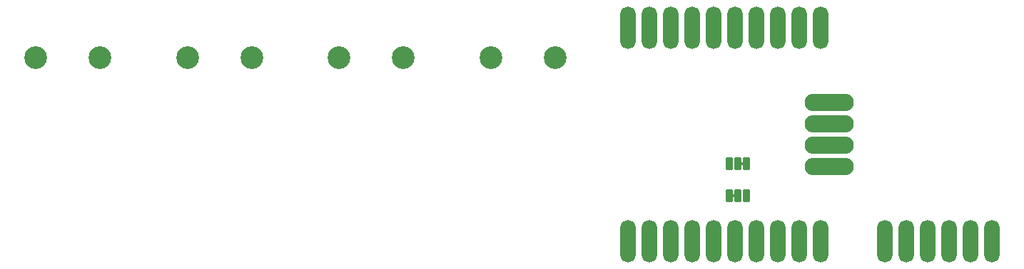
<source format=gbr>
%TF.GenerationSoftware,KiCad,Pcbnew,(6.0.9)*%
%TF.CreationDate,2022-12-27T14:58:47-08:00*%
%TF.ProjectId,esp32-poe-thermocouple-hat-prod-onboard,65737033-322d-4706-9f65-2d746865726d,rev?*%
%TF.SameCoordinates,Original*%
%TF.FileFunction,Soldermask,Bot*%
%TF.FilePolarity,Negative*%
%FSLAX46Y46*%
G04 Gerber Fmt 4.6, Leading zero omitted, Abs format (unit mm)*
G04 Created by KiCad (PCBNEW (6.0.9)) date 2022-12-27 14:58:47*
%MOMM*%
%LPD*%
G01*
G04 APERTURE LIST*
G04 Aperture macros list*
%AMRoundRect*
0 Rectangle with rounded corners*
0 $1 Rounding radius*
0 $2 $3 $4 $5 $6 $7 $8 $9 X,Y pos of 4 corners*
0 Add a 4 corners polygon primitive as box body*
4,1,4,$2,$3,$4,$5,$6,$7,$8,$9,$2,$3,0*
0 Add four circle primitives for the rounded corners*
1,1,$1+$1,$2,$3*
1,1,$1+$1,$4,$5*
1,1,$1+$1,$6,$7*
1,1,$1+$1,$8,$9*
0 Add four rect primitives between the rounded corners*
20,1,$1+$1,$2,$3,$4,$5,0*
20,1,$1+$1,$4,$5,$6,$7,0*
20,1,$1+$1,$6,$7,$8,$9,0*
20,1,$1+$1,$8,$9,$2,$3,0*%
G04 Aperture macros list end*
%ADD10O,1.828800X5.080000*%
%ADD11O,5.842000X2.082800*%
%ADD12RoundRect,0.101600X-0.317500X-0.635000X0.317500X-0.635000X0.317500X0.635000X-0.317500X0.635000X0*%
%ADD13RoundRect,0.101600X0.317500X0.635000X-0.317500X0.635000X-0.317500X-0.635000X0.317500X-0.635000X0*%
%ADD14C,2.703200*%
G04 APERTURE END LIST*
%TO.C,JP3*%
G36*
X177990600Y-108366600D02*
G01*
X177482600Y-108366600D01*
X177482600Y-107985600D01*
X177990600Y-107985600D01*
X177990600Y-108366600D01*
G37*
%TO.C,JP4*%
G36*
X176974600Y-112176600D02*
G01*
X176466600Y-112176600D01*
X176466600Y-111795600D01*
X176974600Y-111795600D01*
X176974600Y-112176600D01*
G37*
%TO.C,JP3*%
G36*
X177990600Y-108366600D02*
G01*
X177482600Y-108366600D01*
X177482600Y-107985600D01*
X177990600Y-107985600D01*
X177990600Y-108366600D01*
G37*
%TO.C,JP4*%
G36*
X176974600Y-112176600D02*
G01*
X176466600Y-112176600D01*
X176466600Y-111795600D01*
X176974600Y-111795600D01*
X176974600Y-112176600D01*
G37*
%TD*%
D10*
%TO.C,BME280*%
X207391100Y-117383600D03*
X204851100Y-117383600D03*
X202311100Y-117383600D03*
X199771100Y-117383600D03*
X197231100Y-117383600D03*
X194691100Y-117383600D03*
%TD*%
%TO.C,JP1*%
X187071100Y-117383600D03*
X184531100Y-117383600D03*
X181991100Y-117383600D03*
X179451100Y-117383600D03*
X176911100Y-117383600D03*
X174371100Y-117383600D03*
X171831100Y-117383600D03*
X169291100Y-117383600D03*
X166751100Y-117383600D03*
X164211100Y-117383600D03*
%TD*%
%TO.C,JP2*%
X187071100Y-91983600D03*
X184531100Y-91983600D03*
X181991100Y-91983600D03*
X179451100Y-91983600D03*
X176911100Y-91983600D03*
X174371100Y-91983600D03*
X171831100Y-91983600D03*
X169291100Y-91983600D03*
X166751100Y-91983600D03*
X164211100Y-91983600D03*
%TD*%
D11*
%TO.C,U$1*%
X188041100Y-108493600D03*
X188041100Y-105953600D03*
X188041100Y-103413600D03*
X188041100Y-100873600D03*
%TD*%
D12*
%TO.C,JP3*%
X178244600Y-108176100D03*
X177228600Y-108176100D03*
X176212600Y-108176100D03*
%TD*%
D13*
%TO.C,JP4*%
X176212600Y-111986100D03*
X177228600Y-111986100D03*
X178244600Y-111986100D03*
%TD*%
D14*
%TO.C,J1*%
X155551100Y-95503600D03*
X147931100Y-95503600D03*
%TD*%
%TO.C,J2*%
X137551100Y-95503600D03*
X129931100Y-95503600D03*
%TD*%
%TO.C,J3*%
X119551100Y-95503600D03*
X111931100Y-95503600D03*
%TD*%
%TO.C,J4*%
X101551100Y-95503600D03*
X93931100Y-95503600D03*
%TD*%
M02*

</source>
